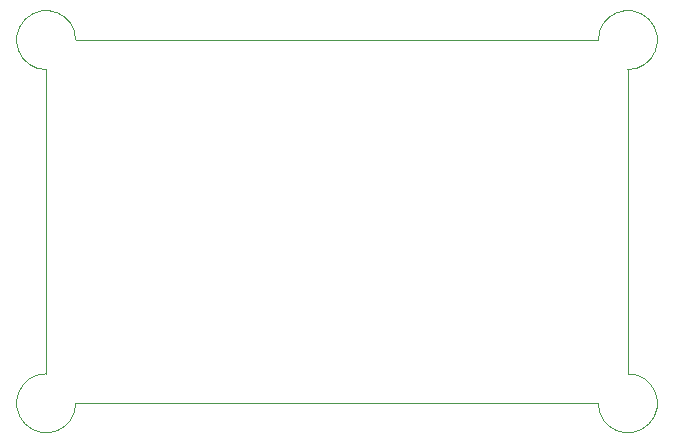
<source format=gbr>
%TF.GenerationSoftware,KiCad,Pcbnew,7.0.6-7.0.6~ubuntu22.10.1*%
%TF.CreationDate,2023-08-26T18:05:47+03:00*%
%TF.ProjectId,MCU Datalogger,4d435520-4461-4746-916c-6f676765722e,rev?*%
%TF.SameCoordinates,Original*%
%TF.FileFunction,Profile,NP*%
%FSLAX46Y46*%
G04 Gerber Fmt 4.6, Leading zero omitted, Abs format (unit mm)*
G04 Created by KiCad (PCBNEW 7.0.6-7.0.6~ubuntu22.10.1) date 2023-08-26 18:05:47*
%MOMM*%
%LPD*%
G01*
G04 APERTURE LIST*
%TA.AperFunction,Profile*%
%ADD10C,0.100000*%
%TD*%
G04 APERTURE END LIST*
D10*
X124500000Y-58500000D02*
G75*
G03*
X122000000Y-56000000I0J2500000D01*
G01*
X75250000Y-58500000D02*
X75250000Y-84250000D01*
X122000000Y-86750000D02*
G75*
G03*
X124500000Y-84250000I2500000J0D01*
G01*
X122000000Y-56000000D02*
X77750000Y-56000000D01*
X124500000Y-58500000D02*
X124500000Y-84250000D01*
X77750000Y-86750000D02*
X122000000Y-86750000D01*
X77750000Y-56000000D02*
G75*
G03*
X75250000Y-58500000I-2500000J0D01*
G01*
X75250000Y-84250000D02*
G75*
G03*
X77750000Y-86750000I0J-2500000D01*
G01*
M02*

</source>
